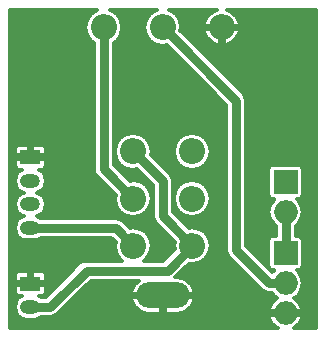
<source format=gtl>
G04 #@! TF.FileFunction,Copper,L1,Top,Signal*
%FSLAX46Y46*%
G04 Gerber Fmt 4.6, Leading zero omitted, Abs format (unit mm)*
G04 Created by KiCad (PCBNEW 4.0.7) date 06/05/18 11:05:24*
%MOMM*%
%LPD*%
G01*
G04 APERTURE LIST*
%ADD10C,0.100000*%
%ADD11O,2.200000X2.200000*%
%ADD12O,4.500000X2.200000*%
%ADD13O,1.998980X1.998980*%
%ADD14R,1.998980X1.998980*%
%ADD15R,1.700000X1.200000*%
%ADD16O,1.700000X1.200000*%
%ADD17C,0.800000*%
%ADD18C,0.300000*%
G04 APERTURE END LIST*
D10*
D11*
X121500000Y-72000000D03*
X116500000Y-72000000D03*
X111500000Y-72000000D03*
X114000000Y-82500000D03*
X114000000Y-86500000D03*
X114000000Y-90500000D03*
X119000000Y-82500000D03*
X119000000Y-86500000D03*
X119000000Y-90500000D03*
D12*
X116500000Y-94700000D03*
D13*
X126900000Y-87640000D03*
D14*
X126900000Y-85100000D03*
D13*
X126900000Y-96200000D03*
D14*
X126900000Y-91120000D03*
D13*
X126900000Y-93660000D03*
D15*
X105300000Y-83000000D03*
D16*
X105300000Y-85000000D03*
X105300000Y-87000000D03*
X105300000Y-89000000D03*
D15*
X105300000Y-93700000D03*
D16*
X105300000Y-95700000D03*
D17*
X126900000Y-93660000D02*
X125486508Y-93660000D01*
X125486508Y-93660000D02*
X122700000Y-90873492D01*
X122700000Y-90873492D02*
X122700000Y-78200000D01*
X122700000Y-78200000D02*
X116500000Y-72000000D01*
X105300000Y-89000000D02*
X112500000Y-89000000D01*
X112500000Y-89000000D02*
X114000000Y-90500000D01*
X105300000Y-95700000D02*
X106950000Y-95700000D01*
X106950000Y-95700000D02*
X110050000Y-92600000D01*
X110050000Y-92600000D02*
X116900000Y-92600000D01*
X116900000Y-92600000D02*
X119000000Y-90500000D01*
X119000000Y-90500000D02*
X116500000Y-88000000D01*
X116500000Y-88000000D02*
X116500000Y-85000000D01*
X116500000Y-85000000D02*
X114000000Y-82500000D01*
X114000000Y-86500000D02*
X111500000Y-84000000D01*
X111500000Y-84000000D02*
X111500000Y-72000000D01*
X126900000Y-87640000D02*
X126900000Y-91120000D01*
D18*
G36*
X110906841Y-70537621D02*
X110403984Y-70873618D01*
X110067987Y-71376475D01*
X109950000Y-71969634D01*
X109950000Y-72030366D01*
X110067987Y-72623525D01*
X110403984Y-73126382D01*
X110650000Y-73290764D01*
X110650000Y-84000000D01*
X110714702Y-84325281D01*
X110898959Y-84601041D01*
X112502685Y-86204767D01*
X112450000Y-86469634D01*
X112450000Y-86530366D01*
X112567987Y-87123525D01*
X112903984Y-87626382D01*
X113406841Y-87962379D01*
X114000000Y-88080366D01*
X114593159Y-87962379D01*
X115096016Y-87626382D01*
X115432013Y-87123525D01*
X115550000Y-86530366D01*
X115550000Y-86469634D01*
X115432013Y-85876475D01*
X115096016Y-85373618D01*
X114593159Y-85037621D01*
X114000000Y-84919634D01*
X113684478Y-84982396D01*
X112350000Y-83647918D01*
X112350000Y-73290764D01*
X112596016Y-73126382D01*
X112932013Y-72623525D01*
X113050000Y-72030366D01*
X113050000Y-71969634D01*
X112932013Y-71376475D01*
X112596016Y-70873618D01*
X112093159Y-70537621D01*
X112029709Y-70525000D01*
X115970291Y-70525000D01*
X115906841Y-70537621D01*
X115403984Y-70873618D01*
X115067987Y-71376475D01*
X114950000Y-71969634D01*
X114950000Y-72030366D01*
X115067987Y-72623525D01*
X115403984Y-73126382D01*
X115906841Y-73462379D01*
X116500000Y-73580366D01*
X116815522Y-73517604D01*
X121850000Y-78552082D01*
X121850000Y-90873492D01*
X121914702Y-91198773D01*
X122098959Y-91474533D01*
X124885465Y-94261038D01*
X124885467Y-94261041D01*
X125161227Y-94445298D01*
X125486508Y-94510000D01*
X125739188Y-94510000D01*
X125875056Y-94713341D01*
X126203878Y-94933053D01*
X126173931Y-94945457D01*
X125749107Y-95318808D01*
X125499496Y-95826312D01*
X125570781Y-96050000D01*
X126750000Y-96050000D01*
X126750000Y-96030000D01*
X127050000Y-96030000D01*
X127050000Y-96050000D01*
X128229219Y-96050000D01*
X128300504Y-95826312D01*
X128050893Y-95318808D01*
X127626069Y-94945457D01*
X127596122Y-94933053D01*
X127924944Y-94713341D01*
X128239154Y-94243093D01*
X128349490Y-93688397D01*
X128349490Y-93631603D01*
X128239154Y-93076907D01*
X127924944Y-92606659D01*
X127882511Y-92578306D01*
X127899490Y-92578306D01*
X128066250Y-92546928D01*
X128219409Y-92448373D01*
X128322158Y-92297995D01*
X128358306Y-92119490D01*
X128358306Y-90120510D01*
X128326928Y-89953750D01*
X128228373Y-89800591D01*
X128077995Y-89697842D01*
X127899490Y-89661694D01*
X127750000Y-89661694D01*
X127750000Y-88810235D01*
X127924944Y-88693341D01*
X128239154Y-88223093D01*
X128349490Y-87668397D01*
X128349490Y-87611603D01*
X128239154Y-87056907D01*
X127924944Y-86586659D01*
X127882511Y-86558306D01*
X127899490Y-86558306D01*
X128066250Y-86526928D01*
X128219409Y-86428373D01*
X128322158Y-86277995D01*
X128358306Y-86099490D01*
X128358306Y-84100510D01*
X128326928Y-83933750D01*
X128228373Y-83780591D01*
X128077995Y-83677842D01*
X127899490Y-83641694D01*
X125900510Y-83641694D01*
X125733750Y-83673072D01*
X125580591Y-83771627D01*
X125477842Y-83922005D01*
X125441694Y-84100510D01*
X125441694Y-86099490D01*
X125473072Y-86266250D01*
X125571627Y-86419409D01*
X125722005Y-86522158D01*
X125900510Y-86558306D01*
X125917489Y-86558306D01*
X125875056Y-86586659D01*
X125560846Y-87056907D01*
X125450510Y-87611603D01*
X125450510Y-87668397D01*
X125560846Y-88223093D01*
X125875056Y-88693341D01*
X126050000Y-88810235D01*
X126050000Y-89661694D01*
X125900510Y-89661694D01*
X125733750Y-89693072D01*
X125580591Y-89791627D01*
X125477842Y-89942005D01*
X125441694Y-90120510D01*
X125441694Y-92119490D01*
X125473072Y-92286250D01*
X125571627Y-92439409D01*
X125722005Y-92542158D01*
X125900510Y-92578306D01*
X125917489Y-92578306D01*
X125875056Y-92606659D01*
X125779002Y-92750413D01*
X123550000Y-90521410D01*
X123550000Y-78200000D01*
X123485298Y-77874719D01*
X123301041Y-77598959D01*
X118091572Y-72389490D01*
X119999723Y-72389490D01*
X120262976Y-72933973D01*
X120714555Y-73336267D01*
X121110511Y-73500266D01*
X121350000Y-73429652D01*
X121350000Y-72150000D01*
X121650000Y-72150000D01*
X121650000Y-73429652D01*
X121889489Y-73500266D01*
X122285445Y-73336267D01*
X122737024Y-72933973D01*
X123000277Y-72389490D01*
X122930236Y-72150000D01*
X121650000Y-72150000D01*
X121350000Y-72150000D01*
X120069764Y-72150000D01*
X119999723Y-72389490D01*
X118091572Y-72389490D01*
X117997315Y-72295233D01*
X118050000Y-72030366D01*
X118050000Y-71969634D01*
X117932013Y-71376475D01*
X117596016Y-70873618D01*
X117093159Y-70537621D01*
X117029709Y-70525000D01*
X121049509Y-70525000D01*
X120714555Y-70663733D01*
X120262976Y-71066027D01*
X119999723Y-71610510D01*
X120069764Y-71850000D01*
X121350000Y-71850000D01*
X121350000Y-71830000D01*
X121650000Y-71830000D01*
X121650000Y-71850000D01*
X122930236Y-71850000D01*
X123000277Y-71610510D01*
X122737024Y-71066027D01*
X122285445Y-70663733D01*
X121950491Y-70525000D01*
X129475000Y-70525000D01*
X129475000Y-97475000D01*
X127576677Y-97475000D01*
X127626069Y-97454543D01*
X128050893Y-97081192D01*
X128300504Y-96573688D01*
X128229219Y-96350000D01*
X127050000Y-96350000D01*
X127050000Y-96370000D01*
X126750000Y-96370000D01*
X126750000Y-96350000D01*
X125570781Y-96350000D01*
X125499496Y-96573688D01*
X125749107Y-97081192D01*
X126173931Y-97454543D01*
X126223323Y-97475000D01*
X103525000Y-97475000D01*
X103525000Y-93010489D01*
X104000000Y-93010489D01*
X104000000Y-93437500D01*
X104112500Y-93550000D01*
X105150000Y-93550000D01*
X105150000Y-92762500D01*
X105450000Y-92762500D01*
X105450000Y-93550000D01*
X106487500Y-93550000D01*
X106600000Y-93437500D01*
X106600000Y-93010489D01*
X106531491Y-92845095D01*
X106404904Y-92718508D01*
X106239510Y-92650000D01*
X105562500Y-92650000D01*
X105450000Y-92762500D01*
X105150000Y-92762500D01*
X105037500Y-92650000D01*
X104360490Y-92650000D01*
X104195096Y-92718508D01*
X104068509Y-92845095D01*
X104000000Y-93010489D01*
X103525000Y-93010489D01*
X103525000Y-85000000D01*
X103974531Y-85000000D01*
X104054457Y-85401818D01*
X104282069Y-85742462D01*
X104622713Y-85970074D01*
X104773162Y-86000000D01*
X104622713Y-86029926D01*
X104282069Y-86257538D01*
X104054457Y-86598182D01*
X103974531Y-87000000D01*
X104054457Y-87401818D01*
X104282069Y-87742462D01*
X104622713Y-87970074D01*
X104773162Y-88000000D01*
X104622713Y-88029926D01*
X104282069Y-88257538D01*
X104054457Y-88598182D01*
X103974531Y-89000000D01*
X104054457Y-89401818D01*
X104282069Y-89742462D01*
X104622713Y-89970074D01*
X105024531Y-90050000D01*
X105575469Y-90050000D01*
X105977287Y-89970074D01*
X106156990Y-89850000D01*
X112147918Y-89850000D01*
X112502685Y-90204767D01*
X112450000Y-90469634D01*
X112450000Y-90530366D01*
X112567987Y-91123525D01*
X112903984Y-91626382D01*
X113088992Y-91750000D01*
X110050000Y-91750000D01*
X109724719Y-91814702D01*
X109448959Y-91998959D01*
X106597918Y-94850000D01*
X106156990Y-94850000D01*
X106007330Y-94750000D01*
X106239510Y-94750000D01*
X106404904Y-94681492D01*
X106531491Y-94554905D01*
X106600000Y-94389511D01*
X106600000Y-93962500D01*
X106487500Y-93850000D01*
X105450000Y-93850000D01*
X105450000Y-93870000D01*
X105150000Y-93870000D01*
X105150000Y-93850000D01*
X104112500Y-93850000D01*
X104000000Y-93962500D01*
X104000000Y-94389511D01*
X104068509Y-94554905D01*
X104195096Y-94681492D01*
X104360490Y-94750000D01*
X104592670Y-94750000D01*
X104282069Y-94957538D01*
X104054457Y-95298182D01*
X103974531Y-95700000D01*
X104054457Y-96101818D01*
X104282069Y-96442462D01*
X104622713Y-96670074D01*
X105024531Y-96750000D01*
X105575469Y-96750000D01*
X105977287Y-96670074D01*
X106156990Y-96550000D01*
X106950000Y-96550000D01*
X107275281Y-96485298D01*
X107551041Y-96301041D01*
X108762593Y-95089489D01*
X113849734Y-95089489D01*
X113860585Y-95154578D01*
X114147919Y-95689950D01*
X114618259Y-96074611D01*
X115200000Y-96250000D01*
X116350000Y-96250000D01*
X116350000Y-94850000D01*
X116650000Y-94850000D01*
X116650000Y-96250000D01*
X117800000Y-96250000D01*
X118381741Y-96074611D01*
X118852081Y-95689950D01*
X119139415Y-95154578D01*
X119150266Y-95089489D01*
X119079652Y-94850000D01*
X116650000Y-94850000D01*
X116350000Y-94850000D01*
X113920348Y-94850000D01*
X113849734Y-95089489D01*
X108762593Y-95089489D01*
X110402082Y-93450000D01*
X114465892Y-93450000D01*
X114147919Y-93710050D01*
X113860585Y-94245422D01*
X113849734Y-94310511D01*
X113920348Y-94550000D01*
X116350000Y-94550000D01*
X116350000Y-94530000D01*
X116650000Y-94530000D01*
X116650000Y-94550000D01*
X119079652Y-94550000D01*
X119150266Y-94310511D01*
X119139415Y-94245422D01*
X118852081Y-93710050D01*
X118381741Y-93325389D01*
X117800000Y-93150000D01*
X117552082Y-93150000D01*
X118684477Y-92017604D01*
X119000000Y-92080366D01*
X119593159Y-91962379D01*
X120096016Y-91626382D01*
X120432013Y-91123525D01*
X120550000Y-90530366D01*
X120550000Y-90469634D01*
X120432013Y-89876475D01*
X120096016Y-89373618D01*
X119593159Y-89037621D01*
X119000000Y-88919634D01*
X118684478Y-88982396D01*
X117350000Y-87647918D01*
X117350000Y-86469634D01*
X117450000Y-86469634D01*
X117450000Y-86530366D01*
X117567987Y-87123525D01*
X117903984Y-87626382D01*
X118406841Y-87962379D01*
X119000000Y-88080366D01*
X119593159Y-87962379D01*
X120096016Y-87626382D01*
X120432013Y-87123525D01*
X120550000Y-86530366D01*
X120550000Y-86469634D01*
X120432013Y-85876475D01*
X120096016Y-85373618D01*
X119593159Y-85037621D01*
X119000000Y-84919634D01*
X118406841Y-85037621D01*
X117903984Y-85373618D01*
X117567987Y-85876475D01*
X117450000Y-86469634D01*
X117350000Y-86469634D01*
X117350000Y-85000000D01*
X117285298Y-84674719D01*
X117101041Y-84398959D01*
X115497315Y-82795233D01*
X115550000Y-82530366D01*
X115550000Y-82469634D01*
X117450000Y-82469634D01*
X117450000Y-82530366D01*
X117567987Y-83123525D01*
X117903984Y-83626382D01*
X118406841Y-83962379D01*
X119000000Y-84080366D01*
X119593159Y-83962379D01*
X120096016Y-83626382D01*
X120432013Y-83123525D01*
X120550000Y-82530366D01*
X120550000Y-82469634D01*
X120432013Y-81876475D01*
X120096016Y-81373618D01*
X119593159Y-81037621D01*
X119000000Y-80919634D01*
X118406841Y-81037621D01*
X117903984Y-81373618D01*
X117567987Y-81876475D01*
X117450000Y-82469634D01*
X115550000Y-82469634D01*
X115432013Y-81876475D01*
X115096016Y-81373618D01*
X114593159Y-81037621D01*
X114000000Y-80919634D01*
X113406841Y-81037621D01*
X112903984Y-81373618D01*
X112567987Y-81876475D01*
X112450000Y-82469634D01*
X112450000Y-82530366D01*
X112567987Y-83123525D01*
X112903984Y-83626382D01*
X113406841Y-83962379D01*
X114000000Y-84080366D01*
X114315522Y-84017604D01*
X115650000Y-85352082D01*
X115650000Y-88000000D01*
X115714702Y-88325281D01*
X115898959Y-88601041D01*
X117502685Y-90204767D01*
X117450000Y-90469634D01*
X117450000Y-90530366D01*
X117502685Y-90795233D01*
X116547918Y-91750000D01*
X114911008Y-91750000D01*
X115096016Y-91626382D01*
X115432013Y-91123525D01*
X115550000Y-90530366D01*
X115550000Y-90469634D01*
X115432013Y-89876475D01*
X115096016Y-89373618D01*
X114593159Y-89037621D01*
X114000000Y-88919634D01*
X113684478Y-88982396D01*
X113101041Y-88398959D01*
X112825281Y-88214702D01*
X112500000Y-88150000D01*
X106156990Y-88150000D01*
X105977287Y-88029926D01*
X105826838Y-88000000D01*
X105977287Y-87970074D01*
X106317931Y-87742462D01*
X106545543Y-87401818D01*
X106625469Y-87000000D01*
X106545543Y-86598182D01*
X106317931Y-86257538D01*
X105977287Y-86029926D01*
X105826838Y-86000000D01*
X105977287Y-85970074D01*
X106317931Y-85742462D01*
X106545543Y-85401818D01*
X106625469Y-85000000D01*
X106545543Y-84598182D01*
X106317931Y-84257538D01*
X106007330Y-84050000D01*
X106239510Y-84050000D01*
X106404904Y-83981492D01*
X106531491Y-83854905D01*
X106600000Y-83689511D01*
X106600000Y-83262500D01*
X106487500Y-83150000D01*
X105450000Y-83150000D01*
X105450000Y-83170000D01*
X105150000Y-83170000D01*
X105150000Y-83150000D01*
X104112500Y-83150000D01*
X104000000Y-83262500D01*
X104000000Y-83689511D01*
X104068509Y-83854905D01*
X104195096Y-83981492D01*
X104360490Y-84050000D01*
X104592670Y-84050000D01*
X104282069Y-84257538D01*
X104054457Y-84598182D01*
X103974531Y-85000000D01*
X103525000Y-85000000D01*
X103525000Y-82310489D01*
X104000000Y-82310489D01*
X104000000Y-82737500D01*
X104112500Y-82850000D01*
X105150000Y-82850000D01*
X105150000Y-82062500D01*
X105450000Y-82062500D01*
X105450000Y-82850000D01*
X106487500Y-82850000D01*
X106600000Y-82737500D01*
X106600000Y-82310489D01*
X106531491Y-82145095D01*
X106404904Y-82018508D01*
X106239510Y-81950000D01*
X105562500Y-81950000D01*
X105450000Y-82062500D01*
X105150000Y-82062500D01*
X105037500Y-81950000D01*
X104360490Y-81950000D01*
X104195096Y-82018508D01*
X104068509Y-82145095D01*
X104000000Y-82310489D01*
X103525000Y-82310489D01*
X103525000Y-70525000D01*
X110970291Y-70525000D01*
X110906841Y-70537621D01*
X110906841Y-70537621D01*
G37*
X110906841Y-70537621D02*
X110403984Y-70873618D01*
X110067987Y-71376475D01*
X109950000Y-71969634D01*
X109950000Y-72030366D01*
X110067987Y-72623525D01*
X110403984Y-73126382D01*
X110650000Y-73290764D01*
X110650000Y-84000000D01*
X110714702Y-84325281D01*
X110898959Y-84601041D01*
X112502685Y-86204767D01*
X112450000Y-86469634D01*
X112450000Y-86530366D01*
X112567987Y-87123525D01*
X112903984Y-87626382D01*
X113406841Y-87962379D01*
X114000000Y-88080366D01*
X114593159Y-87962379D01*
X115096016Y-87626382D01*
X115432013Y-87123525D01*
X115550000Y-86530366D01*
X115550000Y-86469634D01*
X115432013Y-85876475D01*
X115096016Y-85373618D01*
X114593159Y-85037621D01*
X114000000Y-84919634D01*
X113684478Y-84982396D01*
X112350000Y-83647918D01*
X112350000Y-73290764D01*
X112596016Y-73126382D01*
X112932013Y-72623525D01*
X113050000Y-72030366D01*
X113050000Y-71969634D01*
X112932013Y-71376475D01*
X112596016Y-70873618D01*
X112093159Y-70537621D01*
X112029709Y-70525000D01*
X115970291Y-70525000D01*
X115906841Y-70537621D01*
X115403984Y-70873618D01*
X115067987Y-71376475D01*
X114950000Y-71969634D01*
X114950000Y-72030366D01*
X115067987Y-72623525D01*
X115403984Y-73126382D01*
X115906841Y-73462379D01*
X116500000Y-73580366D01*
X116815522Y-73517604D01*
X121850000Y-78552082D01*
X121850000Y-90873492D01*
X121914702Y-91198773D01*
X122098959Y-91474533D01*
X124885465Y-94261038D01*
X124885467Y-94261041D01*
X125161227Y-94445298D01*
X125486508Y-94510000D01*
X125739188Y-94510000D01*
X125875056Y-94713341D01*
X126203878Y-94933053D01*
X126173931Y-94945457D01*
X125749107Y-95318808D01*
X125499496Y-95826312D01*
X125570781Y-96050000D01*
X126750000Y-96050000D01*
X126750000Y-96030000D01*
X127050000Y-96030000D01*
X127050000Y-96050000D01*
X128229219Y-96050000D01*
X128300504Y-95826312D01*
X128050893Y-95318808D01*
X127626069Y-94945457D01*
X127596122Y-94933053D01*
X127924944Y-94713341D01*
X128239154Y-94243093D01*
X128349490Y-93688397D01*
X128349490Y-93631603D01*
X128239154Y-93076907D01*
X127924944Y-92606659D01*
X127882511Y-92578306D01*
X127899490Y-92578306D01*
X128066250Y-92546928D01*
X128219409Y-92448373D01*
X128322158Y-92297995D01*
X128358306Y-92119490D01*
X128358306Y-90120510D01*
X128326928Y-89953750D01*
X128228373Y-89800591D01*
X128077995Y-89697842D01*
X127899490Y-89661694D01*
X127750000Y-89661694D01*
X127750000Y-88810235D01*
X127924944Y-88693341D01*
X128239154Y-88223093D01*
X128349490Y-87668397D01*
X128349490Y-87611603D01*
X128239154Y-87056907D01*
X127924944Y-86586659D01*
X127882511Y-86558306D01*
X127899490Y-86558306D01*
X128066250Y-86526928D01*
X128219409Y-86428373D01*
X128322158Y-86277995D01*
X128358306Y-86099490D01*
X128358306Y-84100510D01*
X128326928Y-83933750D01*
X128228373Y-83780591D01*
X128077995Y-83677842D01*
X127899490Y-83641694D01*
X125900510Y-83641694D01*
X125733750Y-83673072D01*
X125580591Y-83771627D01*
X125477842Y-83922005D01*
X125441694Y-84100510D01*
X125441694Y-86099490D01*
X125473072Y-86266250D01*
X125571627Y-86419409D01*
X125722005Y-86522158D01*
X125900510Y-86558306D01*
X125917489Y-86558306D01*
X125875056Y-86586659D01*
X125560846Y-87056907D01*
X125450510Y-87611603D01*
X125450510Y-87668397D01*
X125560846Y-88223093D01*
X125875056Y-88693341D01*
X126050000Y-88810235D01*
X126050000Y-89661694D01*
X125900510Y-89661694D01*
X125733750Y-89693072D01*
X125580591Y-89791627D01*
X125477842Y-89942005D01*
X125441694Y-90120510D01*
X125441694Y-92119490D01*
X125473072Y-92286250D01*
X125571627Y-92439409D01*
X125722005Y-92542158D01*
X125900510Y-92578306D01*
X125917489Y-92578306D01*
X125875056Y-92606659D01*
X125779002Y-92750413D01*
X123550000Y-90521410D01*
X123550000Y-78200000D01*
X123485298Y-77874719D01*
X123301041Y-77598959D01*
X118091572Y-72389490D01*
X119999723Y-72389490D01*
X120262976Y-72933973D01*
X120714555Y-73336267D01*
X121110511Y-73500266D01*
X121350000Y-73429652D01*
X121350000Y-72150000D01*
X121650000Y-72150000D01*
X121650000Y-73429652D01*
X121889489Y-73500266D01*
X122285445Y-73336267D01*
X122737024Y-72933973D01*
X123000277Y-72389490D01*
X122930236Y-72150000D01*
X121650000Y-72150000D01*
X121350000Y-72150000D01*
X120069764Y-72150000D01*
X119999723Y-72389490D01*
X118091572Y-72389490D01*
X117997315Y-72295233D01*
X118050000Y-72030366D01*
X118050000Y-71969634D01*
X117932013Y-71376475D01*
X117596016Y-70873618D01*
X117093159Y-70537621D01*
X117029709Y-70525000D01*
X121049509Y-70525000D01*
X120714555Y-70663733D01*
X120262976Y-71066027D01*
X119999723Y-71610510D01*
X120069764Y-71850000D01*
X121350000Y-71850000D01*
X121350000Y-71830000D01*
X121650000Y-71830000D01*
X121650000Y-71850000D01*
X122930236Y-71850000D01*
X123000277Y-71610510D01*
X122737024Y-71066027D01*
X122285445Y-70663733D01*
X121950491Y-70525000D01*
X129475000Y-70525000D01*
X129475000Y-97475000D01*
X127576677Y-97475000D01*
X127626069Y-97454543D01*
X128050893Y-97081192D01*
X128300504Y-96573688D01*
X128229219Y-96350000D01*
X127050000Y-96350000D01*
X127050000Y-96370000D01*
X126750000Y-96370000D01*
X126750000Y-96350000D01*
X125570781Y-96350000D01*
X125499496Y-96573688D01*
X125749107Y-97081192D01*
X126173931Y-97454543D01*
X126223323Y-97475000D01*
X103525000Y-97475000D01*
X103525000Y-93010489D01*
X104000000Y-93010489D01*
X104000000Y-93437500D01*
X104112500Y-93550000D01*
X105150000Y-93550000D01*
X105150000Y-92762500D01*
X105450000Y-92762500D01*
X105450000Y-93550000D01*
X106487500Y-93550000D01*
X106600000Y-93437500D01*
X106600000Y-93010489D01*
X106531491Y-92845095D01*
X106404904Y-92718508D01*
X106239510Y-92650000D01*
X105562500Y-92650000D01*
X105450000Y-92762500D01*
X105150000Y-92762500D01*
X105037500Y-92650000D01*
X104360490Y-92650000D01*
X104195096Y-92718508D01*
X104068509Y-92845095D01*
X104000000Y-93010489D01*
X103525000Y-93010489D01*
X103525000Y-85000000D01*
X103974531Y-85000000D01*
X104054457Y-85401818D01*
X104282069Y-85742462D01*
X104622713Y-85970074D01*
X104773162Y-86000000D01*
X104622713Y-86029926D01*
X104282069Y-86257538D01*
X104054457Y-86598182D01*
X103974531Y-87000000D01*
X104054457Y-87401818D01*
X104282069Y-87742462D01*
X104622713Y-87970074D01*
X104773162Y-88000000D01*
X104622713Y-88029926D01*
X104282069Y-88257538D01*
X104054457Y-88598182D01*
X103974531Y-89000000D01*
X104054457Y-89401818D01*
X104282069Y-89742462D01*
X104622713Y-89970074D01*
X105024531Y-90050000D01*
X105575469Y-90050000D01*
X105977287Y-89970074D01*
X106156990Y-89850000D01*
X112147918Y-89850000D01*
X112502685Y-90204767D01*
X112450000Y-90469634D01*
X112450000Y-90530366D01*
X112567987Y-91123525D01*
X112903984Y-91626382D01*
X113088992Y-91750000D01*
X110050000Y-91750000D01*
X109724719Y-91814702D01*
X109448959Y-91998959D01*
X106597918Y-94850000D01*
X106156990Y-94850000D01*
X106007330Y-94750000D01*
X106239510Y-94750000D01*
X106404904Y-94681492D01*
X106531491Y-94554905D01*
X106600000Y-94389511D01*
X106600000Y-93962500D01*
X106487500Y-93850000D01*
X105450000Y-93850000D01*
X105450000Y-93870000D01*
X105150000Y-93870000D01*
X105150000Y-93850000D01*
X104112500Y-93850000D01*
X104000000Y-93962500D01*
X104000000Y-94389511D01*
X104068509Y-94554905D01*
X104195096Y-94681492D01*
X104360490Y-94750000D01*
X104592670Y-94750000D01*
X104282069Y-94957538D01*
X104054457Y-95298182D01*
X103974531Y-95700000D01*
X104054457Y-96101818D01*
X104282069Y-96442462D01*
X104622713Y-96670074D01*
X105024531Y-96750000D01*
X105575469Y-96750000D01*
X105977287Y-96670074D01*
X106156990Y-96550000D01*
X106950000Y-96550000D01*
X107275281Y-96485298D01*
X107551041Y-96301041D01*
X108762593Y-95089489D01*
X113849734Y-95089489D01*
X113860585Y-95154578D01*
X114147919Y-95689950D01*
X114618259Y-96074611D01*
X115200000Y-96250000D01*
X116350000Y-96250000D01*
X116350000Y-94850000D01*
X116650000Y-94850000D01*
X116650000Y-96250000D01*
X117800000Y-96250000D01*
X118381741Y-96074611D01*
X118852081Y-95689950D01*
X119139415Y-95154578D01*
X119150266Y-95089489D01*
X119079652Y-94850000D01*
X116650000Y-94850000D01*
X116350000Y-94850000D01*
X113920348Y-94850000D01*
X113849734Y-95089489D01*
X108762593Y-95089489D01*
X110402082Y-93450000D01*
X114465892Y-93450000D01*
X114147919Y-93710050D01*
X113860585Y-94245422D01*
X113849734Y-94310511D01*
X113920348Y-94550000D01*
X116350000Y-94550000D01*
X116350000Y-94530000D01*
X116650000Y-94530000D01*
X116650000Y-94550000D01*
X119079652Y-94550000D01*
X119150266Y-94310511D01*
X119139415Y-94245422D01*
X118852081Y-93710050D01*
X118381741Y-93325389D01*
X117800000Y-93150000D01*
X117552082Y-93150000D01*
X118684477Y-92017604D01*
X119000000Y-92080366D01*
X119593159Y-91962379D01*
X120096016Y-91626382D01*
X120432013Y-91123525D01*
X120550000Y-90530366D01*
X120550000Y-90469634D01*
X120432013Y-89876475D01*
X120096016Y-89373618D01*
X119593159Y-89037621D01*
X119000000Y-88919634D01*
X118684478Y-88982396D01*
X117350000Y-87647918D01*
X117350000Y-86469634D01*
X117450000Y-86469634D01*
X117450000Y-86530366D01*
X117567987Y-87123525D01*
X117903984Y-87626382D01*
X118406841Y-87962379D01*
X119000000Y-88080366D01*
X119593159Y-87962379D01*
X120096016Y-87626382D01*
X120432013Y-87123525D01*
X120550000Y-86530366D01*
X120550000Y-86469634D01*
X120432013Y-85876475D01*
X120096016Y-85373618D01*
X119593159Y-85037621D01*
X119000000Y-84919634D01*
X118406841Y-85037621D01*
X117903984Y-85373618D01*
X117567987Y-85876475D01*
X117450000Y-86469634D01*
X117350000Y-86469634D01*
X117350000Y-85000000D01*
X117285298Y-84674719D01*
X117101041Y-84398959D01*
X115497315Y-82795233D01*
X115550000Y-82530366D01*
X115550000Y-82469634D01*
X117450000Y-82469634D01*
X117450000Y-82530366D01*
X117567987Y-83123525D01*
X117903984Y-83626382D01*
X118406841Y-83962379D01*
X119000000Y-84080366D01*
X119593159Y-83962379D01*
X120096016Y-83626382D01*
X120432013Y-83123525D01*
X120550000Y-82530366D01*
X120550000Y-82469634D01*
X120432013Y-81876475D01*
X120096016Y-81373618D01*
X119593159Y-81037621D01*
X119000000Y-80919634D01*
X118406841Y-81037621D01*
X117903984Y-81373618D01*
X117567987Y-81876475D01*
X117450000Y-82469634D01*
X115550000Y-82469634D01*
X115432013Y-81876475D01*
X115096016Y-81373618D01*
X114593159Y-81037621D01*
X114000000Y-80919634D01*
X113406841Y-81037621D01*
X112903984Y-81373618D01*
X112567987Y-81876475D01*
X112450000Y-82469634D01*
X112450000Y-82530366D01*
X112567987Y-83123525D01*
X112903984Y-83626382D01*
X113406841Y-83962379D01*
X114000000Y-84080366D01*
X114315522Y-84017604D01*
X115650000Y-85352082D01*
X115650000Y-88000000D01*
X115714702Y-88325281D01*
X115898959Y-88601041D01*
X117502685Y-90204767D01*
X117450000Y-90469634D01*
X117450000Y-90530366D01*
X117502685Y-90795233D01*
X116547918Y-91750000D01*
X114911008Y-91750000D01*
X115096016Y-91626382D01*
X115432013Y-91123525D01*
X115550000Y-90530366D01*
X115550000Y-90469634D01*
X115432013Y-89876475D01*
X115096016Y-89373618D01*
X114593159Y-89037621D01*
X114000000Y-88919634D01*
X113684478Y-88982396D01*
X113101041Y-88398959D01*
X112825281Y-88214702D01*
X112500000Y-88150000D01*
X106156990Y-88150000D01*
X105977287Y-88029926D01*
X105826838Y-88000000D01*
X105977287Y-87970074D01*
X106317931Y-87742462D01*
X106545543Y-87401818D01*
X106625469Y-87000000D01*
X106545543Y-86598182D01*
X106317931Y-86257538D01*
X105977287Y-86029926D01*
X105826838Y-86000000D01*
X105977287Y-85970074D01*
X106317931Y-85742462D01*
X106545543Y-85401818D01*
X106625469Y-85000000D01*
X106545543Y-84598182D01*
X106317931Y-84257538D01*
X106007330Y-84050000D01*
X106239510Y-84050000D01*
X106404904Y-83981492D01*
X106531491Y-83854905D01*
X106600000Y-83689511D01*
X106600000Y-83262500D01*
X106487500Y-83150000D01*
X105450000Y-83150000D01*
X105450000Y-83170000D01*
X105150000Y-83170000D01*
X105150000Y-83150000D01*
X104112500Y-83150000D01*
X104000000Y-83262500D01*
X104000000Y-83689511D01*
X104068509Y-83854905D01*
X104195096Y-83981492D01*
X104360490Y-84050000D01*
X104592670Y-84050000D01*
X104282069Y-84257538D01*
X104054457Y-84598182D01*
X103974531Y-85000000D01*
X103525000Y-85000000D01*
X103525000Y-82310489D01*
X104000000Y-82310489D01*
X104000000Y-82737500D01*
X104112500Y-82850000D01*
X105150000Y-82850000D01*
X105150000Y-82062500D01*
X105450000Y-82062500D01*
X105450000Y-82850000D01*
X106487500Y-82850000D01*
X106600000Y-82737500D01*
X106600000Y-82310489D01*
X106531491Y-82145095D01*
X106404904Y-82018508D01*
X106239510Y-81950000D01*
X105562500Y-81950000D01*
X105450000Y-82062500D01*
X105150000Y-82062500D01*
X105037500Y-81950000D01*
X104360490Y-81950000D01*
X104195096Y-82018508D01*
X104068509Y-82145095D01*
X104000000Y-82310489D01*
X103525000Y-82310489D01*
X103525000Y-70525000D01*
X110970291Y-70525000D01*
X110906841Y-70537621D01*
M02*

</source>
